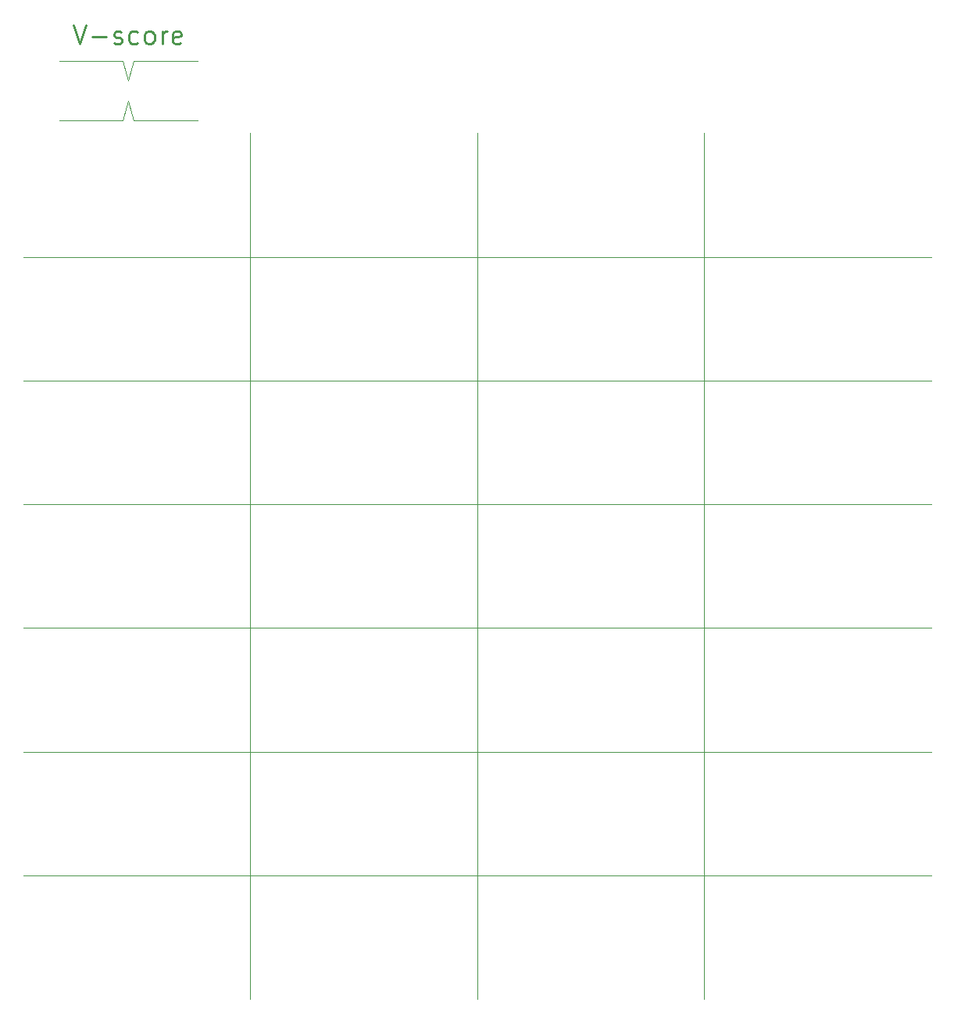
<source format=gbr>
G04 (created by PCBNEW (2013-03-27 BZR 4035)-testing) date Thu 28 Mar 2013 11:08:54 PM CET*
%MOIN*%
G04 Gerber Fmt 3.4, Leading zero omitted, Abs format*
%FSLAX34Y34*%
G01*
G70*
G90*
G04 APERTURE LIST*
%ADD10C,0.006*%
%ADD11C,0.00393701*%
%ADD12C,0.00984252*%
G04 APERTURE END LIST*
G54D10*
G54D11*
X32086Y-18385D02*
X31496Y-18385D01*
X32322Y-19212D02*
X32086Y-18385D01*
X32559Y-18385D02*
X33149Y-18385D01*
X32322Y-19212D02*
X32559Y-18385D01*
X32086Y-20905D02*
X31496Y-20905D01*
X32322Y-20078D02*
X32086Y-20905D01*
X32559Y-20905D02*
X33149Y-20905D01*
X32322Y-20078D02*
X32559Y-20905D01*
X31496Y-18385D02*
X29370Y-18385D01*
X33149Y-18385D02*
X35275Y-18385D01*
X31496Y-20905D02*
X29370Y-20905D01*
X33149Y-20905D02*
X35275Y-20905D01*
X56889Y-21456D02*
X56889Y-58385D01*
X47204Y-58385D02*
X47204Y-21456D01*
X37519Y-21456D02*
X37519Y-58385D01*
X27834Y-37283D02*
X66574Y-37283D01*
X27834Y-32007D02*
X66574Y-32007D01*
X27834Y-26732D02*
X66574Y-26732D01*
X27834Y-47834D02*
X66574Y-47834D01*
X27834Y-42559D02*
X66574Y-42559D01*
X27834Y-53110D02*
X66574Y-53110D01*
G54D12*
X29979Y-16854D02*
X30241Y-17641D01*
X30504Y-16854D01*
X30766Y-17341D02*
X31366Y-17341D01*
X31704Y-17604D02*
X31779Y-17641D01*
X31929Y-17641D01*
X32004Y-17604D01*
X32041Y-17529D01*
X32041Y-17491D01*
X32004Y-17416D01*
X31929Y-17379D01*
X31816Y-17379D01*
X31741Y-17341D01*
X31704Y-17266D01*
X31704Y-17229D01*
X31741Y-17154D01*
X31816Y-17116D01*
X31929Y-17116D01*
X32004Y-17154D01*
X32716Y-17604D02*
X32641Y-17641D01*
X32491Y-17641D01*
X32416Y-17604D01*
X32379Y-17566D01*
X32341Y-17491D01*
X32341Y-17266D01*
X32379Y-17191D01*
X32416Y-17154D01*
X32491Y-17116D01*
X32641Y-17116D01*
X32716Y-17154D01*
X33166Y-17641D02*
X33091Y-17604D01*
X33053Y-17566D01*
X33016Y-17491D01*
X33016Y-17266D01*
X33053Y-17191D01*
X33091Y-17154D01*
X33166Y-17116D01*
X33278Y-17116D01*
X33353Y-17154D01*
X33391Y-17191D01*
X33428Y-17266D01*
X33428Y-17491D01*
X33391Y-17566D01*
X33353Y-17604D01*
X33278Y-17641D01*
X33166Y-17641D01*
X33766Y-17641D02*
X33766Y-17116D01*
X33766Y-17266D02*
X33803Y-17191D01*
X33841Y-17154D01*
X33916Y-17116D01*
X33991Y-17116D01*
X34553Y-17604D02*
X34478Y-17641D01*
X34328Y-17641D01*
X34253Y-17604D01*
X34216Y-17529D01*
X34216Y-17229D01*
X34253Y-17154D01*
X34328Y-17116D01*
X34478Y-17116D01*
X34553Y-17154D01*
X34591Y-17229D01*
X34591Y-17304D01*
X34216Y-17379D01*
M02*

</source>
